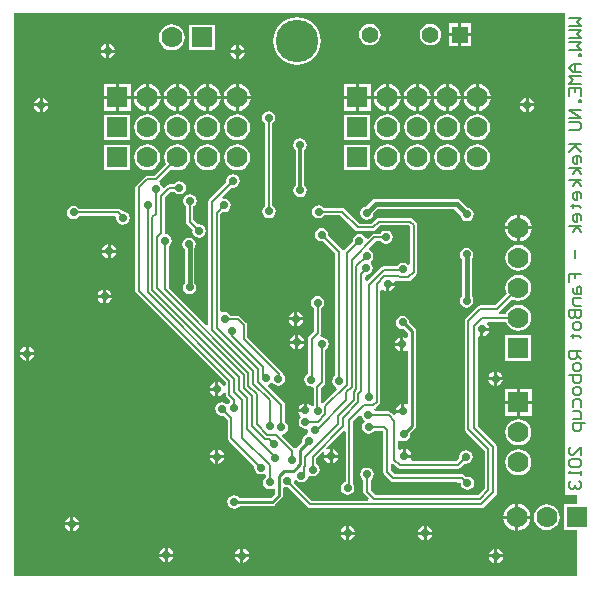
<source format=gbl>
%FSTAX44Y44*%
%MOIN*%
%SFA1B1*%

%IPPOS*%
%ADD28C,0.016000*%
%ADD29C,0.012000*%
%ADD31C,0.008000*%
%ADD32C,0.010000*%
%ADD34C,0.055120*%
%ADD35R,0.055120X0.055120*%
%ADD36C,0.070000*%
%ADD37R,0.070000X0.070000*%
%ADD38R,0.070000X0.070000*%
%ADD39C,0.141730*%
%ADD40C,0.028000*%
%LNrpcb6996130008r01-1*%
%LPD*%
G36*
X0003844Y00040807D02*
X0003845D01*
Y0004066*
X0003844*
Y00033875*
X0003845*
Y0003376*
X0003844*
Y00028841*
X0003845*
Y000288*
X0003885*
Y0002849*
X0003842*
Y0002763*
X0003885*
Y000261*
X000201*
Y0004485*
X0003844*
Y00040807*
G37*
%LNrpcb6996130008r01-2*%
%LPC*%
G36*
X0002947Y0003384D02*
X00029285D01*
X00029293Y00033796*
X00029347Y00033717*
X00029426Y00033663*
X0002947Y00033655*
Y0003384*
G37*
G36*
X00029754D02*
X0002957D01*
Y00033655*
X00029613Y00033663*
X00029693Y00033717*
X00029746Y00033796*
X00029754Y0003384*
G37*
G36*
X0003297Y0003377D02*
X00032785D01*
X00032793Y00033726*
X00032847Y00033647*
X00032926Y00033593*
X0003297Y00033585*
Y0003377*
G37*
G36*
X0002048Y00033744D02*
X00020436Y00033736D01*
X00020357Y00033683*
X00020303Y00033603*
X00020295Y0003356*
X0002048*
Y00033744*
G37*
G36*
X0002058D02*
Y0003356D01*
X00020764*
X00020756Y00033603*
X00020703Y00033683*
X00020623Y00033736*
X0002058Y00033744*
G37*
G36*
X00035914Y0003428D02*
X0003573D01*
Y00034095*
X00035773Y00034103*
X00035853Y00034157*
X00035906Y00034236*
X00035914Y0003428*
G37*
G36*
X0002943Y0003462D02*
X00029245D01*
X00029253Y00034576*
X00029307Y00034497*
X00029386Y00034443*
X0002943Y00034435*
Y0003462*
G37*
G36*
X0002957Y00034124D02*
Y0003394D01*
X00029754*
X00029746Y00033983*
X00029693Y00034063*
X00029613Y00034116*
X0002957Y00034124*
G37*
G36*
X0003297Y00034054D02*
X00032926Y00034046D01*
X00032847Y00033993*
X00032793Y00033913*
X00032785Y0003387*
X0003297*
Y00034054*
G37*
G36*
X0002947Y00034124D02*
X00029426Y00034116D01*
X00029347Y00034063*
X00029293Y00033983*
X00029285Y0003394*
X0002947*
Y00034124*
G37*
G36*
X00020764Y0003346D02*
X0002058D01*
Y00033275*
X00020623Y00033283*
X00020703Y00033337*
X00020756Y00033416*
X00020764Y0003346*
G37*
G36*
X00026804Y00032558D02*
X0002676Y0003255D01*
X00026681Y00032497*
X00026627Y00032417*
X00026619Y00032374*
X00026804*
Y00032558*
G37*
G36*
X0003609Y0003263D02*
X00035905D01*
X00035913Y00032586*
X00035967Y00032507*
X00036046Y00032453*
X0003609Y00032445*
Y0003263*
G37*
G36*
X00026804Y00032274D02*
X00026619D01*
X00026627Y0003223*
X00026681Y00032151*
X0002676Y00032097*
X00026804Y00032089*
Y00032274*
G37*
G36*
X0003685Y0003234D02*
X0003645D01*
Y0003194*
X0003685*
Y0003234*
G37*
G36*
X0003735D02*
X0003695D01*
Y0003194*
X0003735*
Y0003234*
G37*
G36*
X0003733Y0003413D02*
X0003647D01*
Y0003327*
X0003733*
Y0003413*
G37*
G36*
X0002048Y0003346D02*
X00020295D01*
X00020303Y00033416*
X00020357Y00033337*
X00020436Y00033283*
X0002048Y00033275*
Y0003346*
G37*
G36*
X0003619Y00032914D02*
Y0003273D01*
X00036374*
X00036366Y00032773*
X00036313Y00032853*
X00036233Y00032906*
X0003619Y00032914*
G37*
G36*
X00036374Y0003263D02*
X0003619D01*
Y00032445*
X00036233Y00032453*
X00036313Y00032507*
X00036366Y00032586*
X00036374Y0003263*
G37*
G36*
X0003609Y00032914D02*
X00036046Y00032906D01*
X00035967Y00032853*
X00035913Y00032773*
X00035905Y0003273*
X0003609*
Y00032914*
G37*
G36*
X00029714Y0003462D02*
X0002953D01*
Y00034435*
X00029573Y00034443*
X00029653Y00034497*
X00029706Y00034576*
X00029714Y0003462*
G37*
G36*
X0003685Y0003765D02*
X00036452D01*
X00036461Y00037582*
X00036506Y00037473*
X00036579Y00037379*
X00036673Y00037306*
X00036782Y00037261*
X0003685Y00037252*
Y0003765*
G37*
G36*
X00037347D02*
X0003695D01*
Y00037252*
X00037017Y00037261*
X00037126Y00037306*
X0003722Y00037379*
X00037293Y00037473*
X00037338Y00037582*
X00037347Y0003765*
G37*
G36*
X0002331Y00037154D02*
Y0003697D01*
X00023494*
X00023486Y00037013*
X00023433Y00037093*
X00023353Y00037146*
X0002331Y00037154*
G37*
G36*
X00023494Y0003687D02*
X0002331D01*
Y00036685*
X00023353Y00036693*
X00023433Y00036747*
X00023486Y00036826*
X00023494Y0003687*
G37*
G36*
X0002321Y00037154D02*
X00023166Y00037146D01*
X00023087Y00037093*
X00023033Y00037013*
X00023025Y0003697*
X0002321*
Y00037154*
G37*
G36*
X0002208Y00038444D02*
X00021994Y00038427D01*
X00021921Y00038378*
X00021872Y00038305*
X00021855Y0003822*
X00021872Y00038134*
X00021921Y00038061*
X00021994Y00038012*
X0002208Y00037995*
X00022165Y00038012*
X00022238Y00038061*
X00022262Y00038097*
X00023446*
X00023496Y00038035*
X00023495Y0003803*
X00023512Y00037944*
X00023561Y00037871*
X00023634Y00037822*
X0002372Y00037805*
X00023805Y00037822*
X00023878Y00037871*
X00023927Y00037944*
X00023944Y0003803*
X00023927Y00038115*
X00023878Y00038188*
X00023805Y00038237*
X0002372Y00038254*
X0002371Y00038252*
X00023656Y00038306*
X00023616Y00038333*
X0002357Y00038342*
X00022262*
X00022238Y00038378*
X00022165Y00038427*
X0002208Y00038444*
G37*
G36*
X0003484Y00038663D02*
X0003215D01*
X00032087Y0003865*
X00032034Y00038615*
X00031842Y00038422*
X00031764Y00038407*
X00031691Y00038358*
X00031642Y00038285*
X00031625Y000382*
X00031642Y00038114*
X00031691Y00038041*
X00031764Y00037992*
X0003185Y00037975*
X00031935Y00037992*
X00032008Y00038041*
X00032057Y00038114*
X00032072Y00038192*
X00032217Y00038336*
X00034772*
X00034967Y00038142*
X00034982Y00038064*
X00035031Y00037991*
X00035104Y00037942*
X0003519Y00037925*
X00035275Y00037942*
X00035348Y00037991*
X00035397Y00038064*
X00035414Y0003815*
X00035397Y00038235*
X00035348Y00038308*
X00035275Y00038357*
X00035198Y00038372*
X00034955Y00038615*
X00034902Y0003865*
X0003484Y00038663*
G37*
G36*
X0003695Y00038147D02*
Y0003775D01*
X00037347*
X00037338Y00037817*
X00037293Y00037926*
X0003722Y0003802*
X00037126Y00038093*
X00037017Y00038138*
X0003695Y00038147*
G37*
G36*
X0002595Y00038824D02*
X00025864Y00038807D01*
X00025791Y00038758*
X00025742Y00038685*
X00025725Y000386*
X00025742Y00038514*
X00025791Y00038441*
X00025827Y00038417*
Y0003791*
X00025837Y00037863*
X00025863Y00037823*
X00026044Y00037642*
X00026035Y000376*
X00026052Y00037514*
X00026101Y00037441*
X00026174Y00037392*
X0002626Y00037375*
X00026345Y00037392*
X00026418Y00037441*
X00026467Y00037514*
X00026484Y000376*
X00026467Y00037685*
X00026418Y00037758*
X00026345Y00037807*
X0002626Y00037824*
X00026217Y00037815*
X00026072Y0003796*
Y00038417*
X00026108Y00038441*
X00026157Y00038514*
X00026174Y000386*
X00026157Y00038685*
X00026108Y00038758*
X00026035Y00038807*
X0002595Y00038824*
G37*
G36*
X0003685Y00038147D02*
X00036782Y00038138D01*
X00036673Y00038093*
X00036579Y0003802*
X00036506Y00037926*
X00036461Y00037817*
X00036452Y0003775*
X0003685*
Y00038147*
G37*
G36*
X0002321Y0003687D02*
X00023025D01*
X00023033Y00036826*
X00023087Y00036747*
X00023166Y00036693*
X0002321Y00036685*
Y0003687*
G37*
G36*
X0002306Y0003537D02*
X00022875D01*
X00022883Y00035326*
X00022937Y00035247*
X00023016Y00035193*
X0002306Y00035185*
Y0003537*
G37*
G36*
X00023344D02*
X0002316D01*
Y00035185*
X00023203Y00035193*
X00023283Y00035247*
X00023336Y00035326*
X00023344Y0003537*
G37*
G36*
X0003518Y00037044D02*
X00035094Y00037027D01*
X00035021Y00036978*
X00034972Y00036905*
X00034955Y0003682*
X00034972Y00036734*
X00035016Y00036668*
Y00035421*
X00034972Y00035355*
X00034955Y0003527*
X00034972Y00035184*
X00035021Y00035111*
X00035094Y00035062*
X0003518Y00035045*
X00035265Y00035062*
X00035338Y00035111*
X00035387Y00035184*
X00035404Y0003527*
X00035387Y00035355*
X00035343Y00035421*
Y00036668*
X00035387Y00036734*
X00035404Y0003682*
X00035387Y00036905*
X00035338Y00036978*
X00035265Y00037027*
X0003518Y00037044*
G37*
G36*
X0002943Y00034904D02*
X00029386Y00034896D01*
X00029307Y00034843*
X00029253Y00034763*
X00029245Y0003472*
X0002943*
Y00034904*
G37*
G36*
X0002953D02*
Y0003472D01*
X00029714*
X00029706Y00034763*
X00029653Y00034843*
X00029573Y00034896*
X0002953Y00034904*
G37*
G36*
X00032774Y0003578D02*
X0003259D01*
Y00035595*
X00032633Y00035603*
X00032713Y00035657*
X00032766Y00035736*
X00032774Y0003578*
G37*
G36*
X000369Y00037133D02*
X00036787Y00037118D01*
X00036683Y00037075*
X00036593Y00037006*
X00036524Y00036916*
X00036481Y00036812*
X00036466Y000367*
X00036481Y00036587*
X00036524Y00036483*
X00036593Y00036393*
X00036683Y00036324*
X00036787Y00036281*
X000369Y00036266*
X00037012Y00036281*
X00037116Y00036324*
X00037206Y00036393*
X00037275Y00036483*
X00037318Y00036587*
X00037333Y000367*
X00037318Y00036812*
X00037275Y00036916*
X00037206Y00037006*
X00037116Y00037075*
X00037012Y00037118*
X000369Y00037133*
G37*
G36*
X0002593Y00037374D02*
X00025844Y00037357D01*
X00025771Y00037308*
X00025722Y00037235*
X00025705Y0003715*
X00025722Y00037064*
X00025771Y00036991*
X00025776Y00036987*
Y00035871*
X00025732Y00035805*
X00025715Y0003572*
X00025732Y00035634*
X00025781Y00035561*
X00025854Y00035512*
X0002594Y00035495*
X00026025Y00035512*
X00026098Y00035561*
X00026147Y00035634*
X00026164Y0003572*
X00026147Y00035805*
X00026103Y00035871*
Y00037013*
X00026137Y00037064*
X00026154Y0003715*
X00026137Y00037235*
X00026088Y00037308*
X00026015Y00037357*
X0002593Y00037374*
G37*
G36*
X0002306Y00035654D02*
X00023016Y00035646D01*
X00022937Y00035593*
X00022883Y00035513*
X00022875Y0003547*
X0002306*
Y00035654*
G37*
G36*
X0002316D02*
Y0003547D01*
X00023344*
X00023336Y00035513*
X00023283Y00035593*
X00023203Y00035646*
X0002316Y00035654*
G37*
G36*
X0003374Y0002748D02*
X00033555D01*
X00033563Y00027436*
X00033617Y00027357*
X00033696Y00027303*
X0003374Y00027295*
Y0002748*
G37*
G36*
X00034024D02*
X0003384D01*
Y00027295*
X00033883Y00027303*
X00033963Y00027357*
X00034016Y00027436*
X00034024Y0002748*
G37*
G36*
X00031444D02*
X0003126D01*
Y00027295*
X00031303Y00027303*
X00031383Y00027357*
X00031436Y00027436*
X00031444Y0002748*
G37*
G36*
X0002522Y00027024D02*
Y0002684D01*
X00025404*
X00025396Y00026883*
X00025343Y00026963*
X00025263Y00027016*
X0002522Y00027024*
G37*
G36*
X0003116Y0002748D02*
X00030975D01*
X00030983Y00027436*
X00031037Y00027357*
X00031116Y00027303*
X0003116Y00027295*
Y0002748*
G37*
G36*
X0003384Y00027764D02*
Y0002758D01*
X00034024*
X00034016Y00027623*
X00033963Y00027703*
X00033883Y00027756*
X0003384Y00027764*
G37*
G36*
X0002197Y0002779D02*
X00021785D01*
X00021793Y00027746*
X00021847Y00027667*
X00021926Y00027613*
X0002197Y00027605*
Y0002779*
G37*
G36*
X0003374Y00027764D02*
X00033696Y00027756D01*
X00033617Y00027703*
X00033563Y00027623*
X00033555Y0002758*
X0003374*
Y00027764*
G37*
G36*
X0003116D02*
X00031116Y00027756D01*
X00031037Y00027703*
X00030983Y00027623*
X00030975Y0002758*
X0003116*
Y00027764*
G37*
G36*
X0003126D02*
Y0002758D01*
X00031444*
X00031436Y00027623*
X00031383Y00027703*
X00031303Y00027756*
X0003126Y00027764*
G37*
G36*
X0002512Y00027024D02*
X00025076Y00027016D01*
X00024997Y00026963*
X00024943Y00026883*
X00024935Y0002684*
X0002512*
Y00027024*
G37*
G36*
X00027914Y0002673D02*
X0002773D01*
Y00026545*
X00027773Y00026553*
X00027853Y00026607*
X00027906Y00026686*
X00027914Y0002673*
G37*
G36*
X0002512Y0002674D02*
X00024935D01*
X00024943Y00026696*
X00024997Y00026617*
X00025076Y00026563*
X0002512Y00026555*
Y0002674*
G37*
G36*
X0002763Y0002673D02*
X00027445D01*
X00027453Y00026686*
X00027507Y00026607*
X00027586Y00026553*
X0002763Y00026545*
Y0002673*
G37*
G36*
X000361Y0002672D02*
X00035915D01*
X00035923Y00026676*
X00035977Y00026597*
X00036056Y00026543*
X000361Y00026535*
Y0002672*
G37*
G36*
X00036384D02*
X000362D01*
Y00026535*
X00036243Y00026543*
X00036323Y00026597*
X00036376Y00026676*
X00036384Y0002672*
G37*
G36*
X0002763Y00027014D02*
X00027586Y00027006D01*
X00027507Y00026953*
X00027453Y00026873*
X00027445Y0002683*
X0002763*
Y00027014*
G37*
G36*
X0002773D02*
Y0002683D01*
X00027914*
X00027906Y00026873*
X00027853Y00026953*
X00027773Y00027006*
X0002773Y00027014*
G37*
G36*
X000362Y00027004D02*
Y0002682D01*
X00036384*
X00036376Y00026863*
X00036323Y00026943*
X00036243Y00026996*
X000362Y00027004*
G37*
G36*
X00025404Y0002674D02*
X0002522D01*
Y00026555*
X00025263Y00026563*
X00025343Y00026617*
X00025396Y00026696*
X00025404Y0002674*
G37*
G36*
X000361Y00027004D02*
X00036056Y00026996D01*
X00035977Y00026943*
X00035923Y00026863*
X00035915Y0002682*
X000361*
Y00027004*
G37*
G36*
X00022254Y0002779D02*
X0002207D01*
Y00027605*
X00022113Y00027613*
X00022193Y00027667*
X00022246Y00027746*
X00022254Y0002779*
G37*
G36*
X0003071Y00030324D02*
Y0003014D01*
X00030894*
X00030886Y00030183*
X00030833Y00030263*
X00030753Y00030316*
X0003071Y00030324*
G37*
G36*
X0003315D02*
Y0003014D01*
X00033334*
X00033326Y00030183*
X00033273Y00030263*
X00033193Y00030316*
X0003315Y00030324*
G37*
G36*
X000269Y00030314D02*
Y0003013D01*
X00027084*
X00027076Y00030173*
X00027023Y00030253*
X00026943Y00030306*
X000269Y00030314*
G37*
G36*
X00030894Y0003004D02*
X0003071D01*
Y00029855*
X00030753Y00029863*
X00030833Y00029917*
X00030886Y00029996*
X00030894Y0003004*
G37*
G36*
X000268Y00030314D02*
X00026756Y00030306D01*
X00026677Y00030253*
X00026623Y00030173*
X00026615Y0003013*
X000268*
Y00030314*
G37*
G36*
X00033Y00031824D02*
X00032956Y00031816D01*
X00032877Y00031763*
X00032823Y00031683*
X00032815Y0003164*
X00033*
Y00031824*
G37*
G36*
X0002975Y00031854D02*
X00029706Y00031846D01*
X00029627Y00031793*
X00029573Y00031713*
X00029565Y0003167*
X0002975*
Y00031854*
G37*
G36*
X0003735Y0003184D02*
X0003695D01*
Y0003144*
X0003735*
Y0003184*
G37*
G36*
X000369Y00031323D02*
X00036787Y00031308D01*
X00036683Y00031265*
X00036593Y00031196*
X00036524Y00031106*
X00036481Y00031002*
X00036466Y0003089*
X00036481Y00030777*
X00036524Y00030673*
X00036593Y00030583*
X00036683Y00030514*
X00036787Y00030471*
X000369Y00030456*
X00037012Y00030471*
X00037116Y00030514*
X00037206Y00030583*
X00037275Y00030673*
X00037318Y00030777*
X00037333Y0003089*
X00037318Y00031002*
X00037275Y00031106*
X00037206Y00031196*
X00037116Y00031265*
X00037012Y00031308*
X000369Y00031323*
G37*
G36*
X0003685Y0003184D02*
X0003645D01*
Y0003144*
X0003685*
Y0003184*
G37*
G36*
X0003061Y0003004D02*
X00030425D01*
X00030433Y00029996*
X00030487Y00029917*
X00030566Y00029863*
X0003061Y00029855*
Y0003004*
G37*
G36*
X0002197Y00028074D02*
X00021926Y00028066D01*
X00021847Y00028013*
X00021793Y00027933*
X00021785Y0002789*
X0002197*
Y00028074*
G37*
G36*
X0002207D02*
Y0002789D01*
X00022254*
X00022246Y00027933*
X00022193Y00028013*
X00022113Y00028066*
X0002207Y00028074*
G37*
G36*
X0003785Y00028493D02*
X00037737Y00028478D01*
X00037633Y00028435*
X00037543Y00028366*
X00037474Y00028276*
X00037431Y00028172*
X00037416Y0002806*
X00037431Y00027947*
X00037474Y00027843*
X00037543Y00027753*
X00037633Y00027684*
X00037737Y00027641*
X0003785Y00027626*
X00037962Y00027641*
X00038066Y00027684*
X00038156Y00027753*
X00038225Y00027843*
X00038268Y00027947*
X00038283Y0002806*
X00038268Y00028172*
X00038225Y00028276*
X00038156Y00028366*
X00038066Y00028435*
X00037962Y00028478*
X0003785Y00028493*
G37*
G36*
X000368Y0002801D02*
X00036402D01*
X00036411Y00027942*
X00036456Y00027833*
X00036529Y00027739*
X00036623Y00027666*
X00036732Y00027621*
X000368Y00027612*
Y0002801*
G37*
G36*
X00037297D02*
X000369D01*
Y00027612*
X00036967Y00027621*
X00037076Y00027666*
X0003717Y00027739*
X00037243Y00027833*
X00037288Y00027942*
X00037297Y0002801*
G37*
G36*
X000268Y0003003D02*
X00026615D01*
X00026623Y00029986*
X00026677Y00029907*
X00026756Y00029853*
X000268Y00029845*
Y0003003*
G37*
G36*
X00027084D02*
X000269D01*
Y00029845*
X00026943Y00029853*
X00027023Y00029907*
X00027076Y00029986*
X00027084Y0003003*
G37*
G36*
X000369Y00030323D02*
X00036787Y00030308D01*
X00036683Y00030265*
X00036593Y00030196*
X00036524Y00030106*
X00036481Y00030002*
X00036466Y0002989*
X00036481Y00029777*
X00036524Y00029673*
X00036593Y00029583*
X00036683Y00029514*
X00036787Y00029471*
X000369Y00029456*
X00037012Y00029471*
X00037116Y00029514*
X00037206Y00029583*
X00037275Y00029673*
X00037318Y00029777*
X00037333Y0002989*
X00037318Y00030002*
X00037275Y00030106*
X00037206Y00030196*
X00037116Y00030265*
X00037012Y00030308*
X000369Y00030323*
G37*
G36*
X000368Y00028507D02*
X00036732Y00028498D01*
X00036623Y00028453*
X00036529Y0002838*
X00036456Y00028286*
X00036411Y00028177*
X00036402Y0002811*
X000368*
Y00028507*
G37*
G36*
X000369D02*
Y0002811D01*
X00037297*
X00037288Y00028177*
X00037243Y00028286*
X0003717Y0002838*
X00037076Y00028453*
X00036967Y00028498*
X000369Y00028507*
G37*
G36*
X00027477Y00042497D02*
X0002741Y00042488D01*
X000273Y00042443*
X00027206Y0004237*
X00027134Y00042276*
X00027089Y00042167*
X0002708Y000421*
X00027477*
Y00042497*
G37*
G36*
X00027577D02*
Y000421D01*
X00027974*
X00027966Y00042167*
X0002792Y00042276*
X00027848Y0004237*
X00027754Y00042443*
X00027645Y00042488*
X00027577Y00042497*
G37*
G36*
X00026577D02*
Y000421D01*
X00026974*
X00026966Y00042167*
X0002692Y00042276*
X00026848Y0004237*
X00026754Y00042443*
X00026645Y00042488*
X00026577Y00042497*
G37*
G36*
X00025577D02*
Y000421D01*
X00025974*
X00025966Y00042167*
X0002592Y00042276*
X00025848Y0004237*
X00025754Y00042443*
X00025645Y00042488*
X00025577Y00042497*
G37*
G36*
X00026477D02*
X0002641Y00042488D01*
X000263Y00042443*
X00026206Y0004237*
X00026134Y00042276*
X00026089Y00042167*
X0002608Y000421*
X00026477*
Y00042497*
G37*
G36*
X00032577D02*
Y000421D01*
X00032974*
X00032966Y00042167*
X0003292Y00042276*
X00032848Y0004237*
X00032754Y00042443*
X00032645Y00042488*
X00032577Y00042497*
G37*
G36*
X00033477D02*
X0003341Y00042488D01*
X000333Y00042443*
X00033206Y0004237*
X00033134Y00042276*
X00033089Y00042167*
X0003308Y000421*
X00033477*
Y00042497*
G37*
G36*
X00032477D02*
X0003241Y00042488D01*
X000323Y00042443*
X00032206Y0004237*
X00032134Y00042276*
X00032089Y00042167*
X0003208Y000421*
X00032477*
Y00042497*
G37*
G36*
X00031477Y000425D02*
X00031077D01*
Y000421*
X00031477*
Y000425*
G37*
G36*
X00031977D02*
X00031577D01*
Y000421*
X00031977*
Y000425*
G37*
G36*
X00025477Y00042497D02*
X0002541Y00042488D01*
X000253Y00042443*
X00025206Y0004237*
X00025134Y00042276*
X00025089Y00042167*
X0002508Y000421*
X00025477*
Y00042497*
G37*
G36*
X0002104Y00042034D02*
Y0004185D01*
X00021224*
X00021216Y00041893*
X00021163Y00041973*
X00021083Y00042026*
X0002104Y00042034*
G37*
G36*
X00037142D02*
X00037098Y00042026D01*
X00037018Y00041973*
X00036965Y00041893*
X00036957Y0004185*
X00037142*
Y00042034*
G37*
G36*
X0002094D02*
X00020896Y00042026D01*
X00020817Y00041973*
X00020763Y00041893*
X00020755Y0004185*
X0002094*
Y00042034*
G37*
G36*
X00035477Y00042D02*
X0003508D01*
X00035089Y00041932*
X00035134Y00041823*
X00035206Y00041729*
X000353Y00041656*
X0003541Y00041611*
X00035477Y00041602*
Y00042*
G37*
G36*
X00035974D02*
X00035577D01*
Y00041602*
X00035645Y00041611*
X00035754Y00041656*
X00035848Y00041729*
X0003592Y00041823*
X00035966Y00041932*
X00035974Y00042*
G37*
G36*
X00024477Y00042497D02*
X0002441Y00042488D01*
X000243Y00042443*
X00024206Y0004237*
X00024134Y00042276*
X00024089Y00042167*
X0002408Y000421*
X00024477*
Y00042497*
G37*
G36*
X00024577D02*
Y000421D01*
X00024974*
X00024966Y00042167*
X0002492Y00042276*
X00024848Y0004237*
X00024754Y00042443*
X00024645Y00042488*
X00024577Y00042497*
G37*
G36*
X00023977Y000425D02*
X00023577D01*
Y000421*
X00023977*
Y000425*
G37*
G36*
X00037242Y00042034D02*
Y0004185D01*
X00037426*
X00037418Y00041893*
X00037365Y00041973*
X00037285Y00042026*
X00037242Y00042034*
G37*
G36*
X00023477Y000425D02*
X00023077D01*
Y000421*
X00023477*
Y000425*
G37*
G36*
X00033577Y00042497D02*
Y000421D01*
X00033974*
X00033966Y00042167*
X0003392Y00042276*
X00033848Y0004237*
X00033754Y00042443*
X00033645Y00042488*
X00033577Y00042497*
G37*
G36*
X0002326Y00043824D02*
Y0004364D01*
X00023444*
X00023436Y00043683*
X00023383Y00043763*
X00023303Y00043816*
X0002326Y00043824*
G37*
G36*
X000349Y00044092D02*
X00034574D01*
Y00043766*
X000349*
Y00044092*
G37*
G36*
X0002316Y00043824D02*
X00023116Y00043816D01*
X00023037Y00043763*
X00022983Y00043683*
X00022975Y0004364*
X0002316*
Y00043824*
G37*
G36*
X0002749Y00043804D02*
X00027446Y00043796D01*
X00027367Y00043743*
X00027313Y00043663*
X00027305Y0004362*
X0002749*
Y00043804*
G37*
G36*
X0002759D02*
Y0004362D01*
X00027774*
X00027766Y00043663*
X00027713Y00043743*
X00027633Y00043796*
X0002759Y00043804*
G37*
G36*
X000349Y00044518D02*
X00034574D01*
Y00044192*
X000349*
Y00044518*
G37*
G36*
X00035325D02*
X00035D01*
Y00044192*
X00035325*
Y00044518*
G37*
G36*
X00033965Y00044501D02*
X00033872Y00044489D01*
X00033786Y00044453*
X00033712Y00044396*
X00033655Y00044321*
X00033619Y00044235*
X00033607Y00044142*
X00033619Y00044049*
X00033655Y00043963*
X00033712Y00043888*
X00033786Y00043831*
X00033872Y00043796*
X00033965Y00043783*
X00034058Y00043796*
X00034145Y00043831*
X00034219Y00043888*
X00034276Y00043963*
X00034312Y00044049*
X00034324Y00044142*
X00034312Y00044235*
X00034276Y00044321*
X00034219Y00044396*
X00034145Y00044453*
X00034058Y00044489*
X00033965Y00044501*
G37*
G36*
X00035325Y00044092D02*
X00035D01*
Y00043766*
X00035325*
Y00044092*
G37*
G36*
X0003195Y00044501D02*
X00031857Y00044489D01*
X0003177Y00044453*
X00031696Y00044396*
X00031639Y00044321*
X00031603Y00044235*
X00031591Y00044142*
X00031603Y00044049*
X00031639Y00043963*
X00031696Y00043888*
X0003177Y00043831*
X00031857Y00043796*
X0003195Y00043783*
X00032042Y00043796*
X00032129Y00043831*
X00032203Y00043888*
X0003226Y00043963*
X00032296Y00044049*
X00032308Y00044142*
X00032296Y00044235*
X0003226Y00044321*
X00032203Y00044396*
X00032129Y00044453*
X00032042Y00044489*
X0003195Y00044501*
G37*
G36*
X0002678Y0004448D02*
X0002592D01*
Y0004362*
X0002678*
Y0004448*
G37*
G36*
X00035577Y00042497D02*
Y000421D01*
X00035974*
X00035966Y00042167*
X0003592Y00042276*
X00035848Y0004237*
X00035754Y00042443*
X00035645Y00042488*
X00035577Y00042497*
G37*
G36*
X00029527Y00044725D02*
X00029372Y0004471D01*
X00029224Y00044665*
X00029087Y00044592*
X00028967Y00044493*
X00028868Y00044373*
X00028795Y00044236*
X0002875Y00044087*
X00028735Y00043933*
X0002875Y00043778*
X00028795Y00043629*
X00028868Y00043492*
X00028967Y00043372*
X00029087Y00043274*
X00029224Y000432*
X00029372Y00043155*
X00029527Y0004314*
X00029682Y00043155*
X0002983Y000432*
X00029967Y00043274*
X00030087Y00043372*
X00030186Y00043492*
X00030259Y00043629*
X00030304Y00043778*
X0003032Y00043933*
X00030304Y00044087*
X00030259Y00044236*
X00030186Y00044373*
X00030087Y00044493*
X00029967Y00044592*
X0002983Y00044665*
X00029682Y0004471*
X00029527Y00044725*
G37*
G36*
X00035477Y00042497D02*
X0003541Y00042488D01*
X000353Y00042443*
X00035206Y0004237*
X00035134Y00042276*
X00035089Y00042167*
X0003508Y000421*
X00035477*
Y00042497*
G37*
G36*
X00034477D02*
X0003441Y00042488D01*
X000343Y00042443*
X00034206Y0004237*
X00034134Y00042276*
X00034089Y00042167*
X0003408Y000421*
X00034477*
Y00042497*
G37*
G36*
X00034577D02*
Y000421D01*
X00034974*
X00034966Y00042167*
X0003492Y00042276*
X00034848Y0004237*
X00034754Y00042443*
X00034645Y00042488*
X00034577Y00042497*
G37*
G36*
X00023444Y0004354D02*
X0002326D01*
Y00043355*
X00023303Y00043363*
X00023383Y00043417*
X00023436Y00043496*
X00023444Y0004354*
G37*
G36*
X0002535Y00044483D02*
X00025237Y00044468D01*
X00025133Y00044425*
X00025043Y00044356*
X00024974Y00044266*
X00024931Y00044162*
X00024916Y0004405*
X00024931Y00043937*
X00024974Y00043833*
X00025043Y00043743*
X00025133Y00043674*
X00025237Y00043631*
X0002535Y00043616*
X00025462Y00043631*
X00025566Y00043674*
X00025656Y00043743*
X00025725Y00043833*
X00025768Y00043937*
X00025783Y0004405*
X00025768Y00044162*
X00025725Y00044266*
X00025656Y00044356*
X00025566Y00044425*
X00025462Y00044468*
X0002535Y00044483*
G37*
G36*
X0002316Y0004354D02*
X00022975D01*
X00022983Y00043496*
X00023037Y00043417*
X00023116Y00043363*
X0002316Y00043355*
Y0004354*
G37*
G36*
X0002749Y0004352D02*
X00027305D01*
X00027313Y00043476*
X00027367Y00043397*
X00027446Y00043343*
X0002749Y00043335*
Y0004352*
G37*
G36*
X00027774D02*
X0002759D01*
Y00043335*
X00027633Y00043343*
X00027713Y00043397*
X00027766Y00043476*
X00027774Y0004352*
G37*
G36*
X00034974Y00042D02*
X00034577D01*
Y00041602*
X00034645Y00041611*
X00034754Y00041656*
X00034848Y00041729*
X0003492Y00041823*
X00034966Y00041932*
X00034974Y00042*
G37*
G36*
X00026527Y00041483D02*
X00026415Y00041468D01*
X0002631Y00041425*
X0002622Y00041356*
X00026152Y00041266*
X00026108Y00041162*
X00026093Y0004105*
X00026108Y00040937*
X00026152Y00040833*
X0002622Y00040743*
X0002631Y00040674*
X00026415Y00040631*
X00026527Y00040616*
X00026639Y00040631*
X00026744Y00040674*
X00026834Y00040743*
X00026903Y00040833*
X00026946Y00040937*
X00026961Y0004105*
X00026946Y00041162*
X00026903Y00041266*
X00026834Y00041356*
X00026744Y00041425*
X00026639Y00041468*
X00026527Y00041483*
G37*
G36*
X00027527D02*
X00027415Y00041468D01*
X0002731Y00041425*
X0002722Y00041356*
X00027152Y00041266*
X00027108Y00041162*
X00027093Y0004105*
X00027108Y00040937*
X00027152Y00040833*
X0002722Y00040743*
X0002731Y00040674*
X00027415Y00040631*
X00027527Y00040616*
X00027639Y00040631*
X00027744Y00040674*
X00027834Y00040743*
X00027903Y00040833*
X00027946Y00040937*
X00027961Y0004105*
X00027946Y00041162*
X00027903Y00041266*
X00027834Y00041356*
X00027744Y00041425*
X00027639Y00041468*
X00027527Y00041483*
G37*
G36*
X00025527D02*
X00025415Y00041468D01*
X0002531Y00041425*
X0002522Y00041356*
X00025152Y00041266*
X00025108Y00041162*
X00025093Y0004105*
X00025108Y00040937*
X00025152Y00040833*
X0002522Y00040743*
X0002531Y00040674*
X00025415Y00040631*
X00025527Y00040616*
X00025639Y00040631*
X00025744Y00040674*
X00025834Y00040743*
X00025903Y00040833*
X00025946Y00040937*
X00025961Y0004105*
X00025946Y00041162*
X00025903Y00041266*
X00025834Y00041356*
X00025744Y00041425*
X00025639Y00041468*
X00025527Y00041483*
G37*
G36*
X00031957Y0004048D02*
X00031097D01*
Y0003962*
X00031957*
Y0004048*
G37*
G36*
X00024527Y00041483D02*
X00024415Y00041468D01*
X0002431Y00041425*
X0002422Y00041356*
X00024152Y00041266*
X00024108Y00041162*
X00024093Y0004105*
X00024108Y00040937*
X00024152Y00040833*
X0002422Y00040743*
X0002431Y00040674*
X00024415Y00040631*
X00024527Y00040616*
X00024639Y00040631*
X00024744Y00040674*
X00024834Y00040743*
X00024903Y00040833*
X00024946Y00040937*
X00024961Y0004105*
X00024946Y00041162*
X00024903Y00041266*
X00024834Y00041356*
X00024744Y00041425*
X00024639Y00041468*
X00024527Y00041483*
G37*
G36*
X00035527D02*
X00035415Y00041468D01*
X0003531Y00041425*
X0003522Y00041356*
X00035152Y00041266*
X00035108Y00041162*
X00035093Y0004105*
X00035108Y00040937*
X00035152Y00040833*
X0003522Y00040743*
X0003531Y00040674*
X00035415Y00040631*
X00035527Y00040616*
X00035639Y00040631*
X00035744Y00040674*
X00035834Y00040743*
X00035903Y00040833*
X00035946Y00040937*
X00035961Y0004105*
X00035946Y00041162*
X00035903Y00041266*
X00035834Y00041356*
X00035744Y00041425*
X00035639Y00041468*
X00035527Y00041483*
G37*
G36*
X00023957Y0004148D02*
X00023097D01*
Y0004062*
X00023957*
Y0004148*
G37*
G36*
X00034527Y00041483D02*
X00034415Y00041468D01*
X0003431Y00041425*
X0003422Y00041356*
X00034152Y00041266*
X00034108Y00041162*
X00034093Y0004105*
X00034108Y00040937*
X00034152Y00040833*
X0003422Y00040743*
X0003431Y00040674*
X00034415Y00040631*
X00034527Y00040616*
X00034639Y00040631*
X00034744Y00040674*
X00034834Y00040743*
X00034903Y00040833*
X00034946Y00040937*
X00034961Y0004105*
X00034946Y00041162*
X00034903Y00041266*
X00034834Y00041356*
X00034744Y00041425*
X00034639Y00041468*
X00034527Y00041483*
G37*
G36*
X00032527D02*
X00032415Y00041468D01*
X0003231Y00041425*
X0003222Y00041356*
X00032152Y00041266*
X00032108Y00041162*
X00032093Y0004105*
X00032108Y00040937*
X00032152Y00040833*
X0003222Y00040743*
X0003231Y00040674*
X00032415Y00040631*
X00032527Y00040616*
X00032639Y00040631*
X00032744Y00040674*
X00032834Y00040743*
X00032903Y00040833*
X00032946Y00040937*
X00032961Y0004105*
X00032946Y00041162*
X00032903Y00041266*
X00032834Y00041356*
X00032744Y00041425*
X00032639Y00041468*
X00032527Y00041483*
G37*
G36*
X00033527D02*
X00033415Y00041468D01*
X0003331Y00041425*
X0003322Y00041356*
X00033152Y00041266*
X00033108Y00041162*
X00033093Y0004105*
X00033108Y00040937*
X00033152Y00040833*
X0003322Y00040743*
X0003331Y00040674*
X00033415Y00040631*
X00033527Y00040616*
X00033639Y00040631*
X00033744Y00040674*
X00033834Y00040743*
X00033903Y00040833*
X00033946Y00040937*
X00033961Y0004105*
X00033946Y00041162*
X00033903Y00041266*
X00033834Y00041356*
X00033744Y00041425*
X00033639Y00041468*
X00033527Y00041483*
G37*
G36*
X00023957Y0004048D02*
X00023097D01*
Y0003962*
X00023957*
Y0004048*
G37*
G36*
X00025527Y00040483D02*
X00025415Y00040468D01*
X0002531Y00040425*
X0002522Y00040356*
X00025152Y00040266*
X00025108Y00040162*
X00025093Y0004005*
X00025108Y00039937*
X00025152Y00039833*
X00025155Y00039828*
X00024769Y00039442*
X0002453*
X00024483Y00039433*
X00024443Y00039406*
X00024173Y00039136*
X00024147Y00039096*
X00024137Y0003905*
Y00035603*
X00024147Y00035556*
X00024173Y00035516*
X0002714Y00032549*
Y00032464*
X00027064Y00032441*
X00027027Y00032497*
X00026947Y0003255*
X00026904Y00032558*
Y00032324*
Y00032089*
X00026947Y00032097*
X00027027Y00032151*
X00027064Y00032206*
X0002714Y00032183*
Y00032147*
X0002715Y000321*
X00027176Y0003206*
X00027284Y00031952*
X00027277Y00031872*
X00027271Y00031868*
X00027222Y00031795*
X00027178Y00031828*
X00027105Y00031877*
X0002702Y00031894*
X00026934Y00031877*
X00026861Y00031828*
X00026812Y00031755*
X00026795Y0003167*
X00026812Y00031584*
X00026861Y00031511*
X00026934Y00031462*
X0002702Y00031445*
X00027062Y00031454*
X00027207Y00031309*
Y000307*
X00027217Y00030653*
X00027243Y00030613*
X00028104Y00029752*
X00028095Y0002971*
X00028112Y00029624*
X00028161Y00029551*
X00028234Y00029502*
X0002832Y00029485*
X00028405Y00029502*
X00028417Y0002951*
X00028477Y00029478*
X0002848Y00029398*
X00028451Y00029378*
X00028402Y00029305*
X00028385Y0002922*
X00028402Y00029134*
X00028451Y00029061*
X00028524Y00029012*
X0002861Y00028995*
X00028695Y00029012*
X00028706Y0002902*
X00028777Y00028982*
Y00028834*
X00028645Y00028702*
X00027606*
X00027588Y00028728*
X00027515Y00028777*
X0002743Y00028794*
X00027344Y00028777*
X00027271Y00028728*
X00027222Y00028655*
X00027205Y0002857*
X00027222Y00028484*
X00027271Y00028411*
X00027344Y00028362*
X0002743Y00028345*
X00027515Y00028362*
X00027588Y00028411*
X00027606Y00028437*
X000287*
X0002875Y00028447*
X00028793Y00028476*
X00029003Y00028686*
X00029032Y00028729*
X00029042Y0002878*
Y00029035*
X00029113Y00029073*
X00029114Y00029072*
X000292Y00029055*
X00029226Y0002906*
X00029883Y00028403*
X00029923Y00028377*
X0002997Y00028367*
X00035666*
X00035713Y00028377*
X00035752Y00028403*
X00036156Y00028807*
X00036183Y00028846*
X00036192Y00028893*
Y00030386*
X00036183Y00030433*
X00036156Y00030472*
X00035542Y00031087*
Y00034049*
X00035604Y000341*
X0003563Y00034095*
Y0003433*
X0003568*
Y0003438*
X00035914*
X00035906Y00034423*
X00035853Y00034503*
X00035902Y00034577*
X00036485*
X00036524Y00034483*
X00036593Y00034393*
X00036683Y00034324*
X00036787Y00034281*
X000369Y00034266*
X00037012Y00034281*
X00037116Y00034324*
X00037206Y00034393*
X00037275Y00034483*
X00037318Y00034587*
X00037333Y000347*
X00037318Y00034812*
X00037275Y00034916*
X00037206Y00035006*
X00037116Y00035075*
X00037012Y00035118*
X000369Y00035133*
X00036787Y00035118*
X00036683Y00035075*
X00036593Y00035006*
X00036524Y00034916*
X00036485Y00034822*
X00036267*
X00036244Y00034898*
X00036266Y00034913*
X00036679Y00035326*
X00036683Y00035324*
X00036787Y00035281*
X000369Y00035266*
X00037012Y00035281*
X00037116Y00035324*
X00037206Y00035393*
X00037275Y00035483*
X00037318Y00035587*
X00037333Y000357*
X00037318Y00035812*
X00037275Y00035916*
X00037206Y00036006*
X00037116Y00036075*
X00037012Y00036118*
X000369Y00036133*
X00036787Y00036118*
X00036683Y00036075*
X00036593Y00036006*
X00036524Y00035916*
X00036481Y00035812*
X00036466Y000357*
X00036481Y00035587*
X00036514Y00035507*
X00036129Y00035122*
X00035633*
X00035586Y00035113*
X00035547Y00035086*
X00035143Y00034682*
X00035117Y00034643*
X00035107Y00034596*
Y00031*
X00035117Y00030953*
X00035143Y00030913*
X00035777Y00030279*
Y00029*
X00035569Y00028792*
X0003215*
X00031982Y0002896*
Y00029313*
X00032008Y00029331*
X00032057Y00029404*
X00032074Y0002949*
X00032057Y00029575*
X00032008Y00029648*
X00031935Y00029697*
X0003185Y00029714*
X00031764Y00029697*
X00031691Y00029648*
X00031642Y00029575*
X00031625Y0002949*
X00031642Y00029404*
X00031691Y00029331*
X00031737Y000293*
Y0002891*
X00031747Y00028863*
X00031773Y00028823*
X0003191Y00028686*
X0003188Y00028612*
X0003002*
X00029425Y00029207*
X00029448Y00029283*
X00029502Y00029294*
X00029511Y00029281*
X00029584Y00029232*
X0002967Y00029215*
X00029755Y00029232*
X00029828Y00029281*
X00029877Y00029354*
X00029887Y00029404*
X00029961Y00029434*
X00029964Y00029432*
X0003005Y00029415*
X00030135Y00029432*
X00030208Y00029481*
X00030257Y00029554*
X00030274Y0002964*
X00030257Y00029725*
X00030208Y00029798*
X00030162Y00029829*
Y00030029*
X00030381Y00030248*
X00030443Y00030197*
X00030433Y00030183*
X00030425Y0003014*
X0003061*
Y00030324*
X00030566Y00030316*
X00030552Y00030306*
X00030501Y00030368*
X00031073Y0003094*
X00031147Y0003091*
Y00029241*
X00031124Y00029237*
X00031051Y00029188*
X00031002Y00029115*
X00030985Y0002903*
X00031002Y00028944*
X00031051Y00028871*
X00031124Y00028822*
X0003121Y00028805*
X00031295Y00028822*
X00031368Y00028871*
X00031417Y00028944*
X00031434Y0002903*
X00031417Y00029115*
X00031392Y00029153*
Y00031259*
X00031596Y00031463*
X00031673Y0003144*
X00031682Y00031394*
X00031731Y00031321*
X00031804Y00031272*
X00031751Y00031228*
X00031702Y00031155*
X00031685Y0003107*
X00031702Y00030984*
X00031751Y00030911*
X00031824Y00030862*
X0003191Y00030845*
X00031995Y00030862*
X00032068Y00030911*
X00032092Y00030947*
X00032379*
X00032397Y00030929*
Y0002957*
X00032407Y00029523*
X00032433Y00029483*
X00032643Y00029273*
X00032683Y00029247*
X0003273Y00029237*
X00034736*
X00034975Y0002919*
X00034992Y00029104*
X00035041Y00029031*
X00035114Y00028982*
X000352Y00028965*
X00035285Y00028982*
X00035358Y00029031*
X00035407Y00029104*
X00035424Y0002919*
X00035407Y00029275*
X00035358Y00029348*
X00035285Y00029397*
X000352Y00029414*
X00035157Y00029405*
X00035116Y00029446*
X00035076Y00029473*
X0003503Y00029482*
X0003278*
X00032642Y0002962*
Y0002983*
X00032716Y0002986*
X00032863Y00029713*
X00032903Y00029687*
X0003295Y00029677*
X0003488*
X00034926Y00029687*
X00034966Y00029713*
X00035107Y00029854*
X0003515Y00029845*
X00035235Y00029862*
X00035308Y00029911*
X00035357Y00029984*
X00035374Y0003007*
X00035357Y00030155*
X00035308Y00030228*
X00035235Y00030277*
X0003515Y00030294*
X00035064Y00030277*
X00034991Y00030228*
X00034942Y00030155*
X00034925Y0003007*
X00034934Y00030027*
X00034829Y00029922*
X00033361*
X00033323Y00029992*
X00033326Y00029996*
X00033334Y0003004*
X000331*
Y0003009*
X0003305*
Y00030324*
X00033006Y00030316*
X00032962Y00030287*
X00032892Y00030324*
Y00030595*
X00032962Y00030633*
X00032994Y00030612*
X0003308Y00030595*
X00033165Y00030612*
X00033238Y00030661*
X00033287Y00030734*
X00033304Y0003082*
X00033298Y0003085*
X00033453Y00031006*
X00033482Y00031049*
X00033492Y000311*
Y0003426*
X00033482Y0003431*
X00033453Y00034353*
X00033263Y00034544*
X00033264Y0003455*
X00033247Y00034635*
X00033198Y00034708*
X00033125Y00034757*
X0003304Y00034774*
X00032954Y00034757*
X00032881Y00034708*
X00032832Y00034635*
X00032815Y0003455*
X00032832Y00034464*
X00032881Y00034391*
X00032954Y00034342*
X0003304Y00034325*
X00033095Y00034336*
X00033227Y00034205*
Y00034054*
X00033156Y00034017*
X00033113Y00034046*
X0003307Y00034054*
Y0003382*
Y00033585*
X00033113Y00033593*
X00033156Y00033622*
X00033227Y00033585*
Y00031844*
X00033156Y00031807*
X00033143Y00031816*
X000331Y00031824*
Y0003159*
X0003305*
Y0003154*
X00032815*
X00032823Y00031497*
X00032753Y00031459*
X00032666Y00031546*
X00032626Y00031573*
X0003258Y00031582*
X00032136*
X00032092Y00031648*
X00032103Y00031676*
X00032106Y00031677*
X00032146Y00031703*
X00032266Y00031823*
X00032293Y00031863*
X00032302Y0003191*
Y00035613*
X00032313Y00035621*
X00032372Y00035653*
X00032446Y00035603*
X0003249Y00035595*
Y0003583*
X0003254*
Y0003588*
X00032774*
X00032769Y00035905*
X0003282Y00035967*
X00032855Y00035963*
X00032879Y00035947*
X00032895Y00035937*
X00032942Y00035927*
X00033157*
X00033172Y0003593*
X00033233*
X00033279Y0003594*
X00033319Y00035966*
X00033496Y00036143*
X00033523Y00036183*
X00033532Y0003623*
Y000378*
X00033523Y00037846*
X00033496Y00037886*
X00033386Y00037996*
X00033346Y00038023*
X000333Y00038032*
X0003224*
X00032193Y00038023*
X00032177Y00038012*
X00032153Y00037996*
X00031999Y00037842*
X0003159*
X00031106Y00038326*
X00031066Y00038353*
X0003102Y00038362*
X00030422*
X00030398Y00038398*
X00030325Y00038447*
X0003024Y00038464*
X00030154Y00038447*
X00030081Y00038398*
X00030032Y00038325*
X00030015Y0003824*
X00030032Y00038154*
X00030081Y00038081*
X00030154Y00038032*
X0003024Y00038015*
X00030325Y00038032*
X00030398Y00038081*
X00030422Y00038117*
X00030969*
X00031453Y00037633*
X00031493Y00037607*
X0003154Y00037597*
X0003205*
X00032096Y00037607*
X00032136Y00037633*
X0003229Y00037787*
X00033249*
X00033287Y00037749*
Y00036498*
X00033211Y00036474*
X00033208Y00036478*
X00033135Y00036527*
X0003305Y00036544*
X00032964Y00036527*
X00032891Y00036478*
X0003286Y00036432*
X00032426*
X00032379Y00036423*
X00032339Y00036396*
X00031865Y00035922*
X00031795Y0003596*
X0003183Y00036135*
X00031915Y00036152*
X00031988Y00036201*
X00032037Y00036274*
X00032054Y0003636*
X00032037Y00036445*
X00031988Y00036518*
Y00036594*
X00031998Y00036601*
X00032047Y00036674*
X00032064Y0003676*
X00032047Y00036845*
X00031998Y00036918*
X00031933Y00036962*
X00031925Y00037042*
X0003215Y00037267*
X00032307*
X00032331Y00037231*
X00032404Y00037182*
X0003249Y00037165*
X00032575Y00037182*
X00032648Y00037231*
X00032697Y00037304*
X00032714Y0003739*
X00032697Y00037475*
X00032648Y00037548*
X00032575Y00037597*
X0003249Y00037614*
X00032404Y00037597*
X00032331Y00037548*
X00032307Y00037512*
X000321*
X00032053Y00037503*
X00032013Y00037476*
X0003188Y00037343*
X00031807Y00037365*
X00031758Y00037438*
X00031685Y00037487*
X000316Y00037504*
X00031514Y00037487*
X00031441Y00037438*
X00031392Y00037365*
X00031375Y0003728*
X00031385Y0003723*
X00031105Y0003695*
X00031025Y00036958*
X00031006Y00036986*
X00030555Y00037437*
X00030564Y0003748*
X00030547Y00037565*
X00030498Y00037638*
X00030425Y00037687*
X0003034Y00037704*
X00030254Y00037687*
X00030181Y00037638*
X00030132Y00037565*
X00030115Y0003748*
X00030132Y00037394*
X00030181Y00037321*
X00030254Y00037272*
X0003034Y00037255*
X00030382Y00037264*
X00030797Y00036849*
Y00032772*
X00030761Y00032748*
X00030712Y00032675*
X00030695Y0003259*
X00030712Y00032504*
X00030761Y00032431*
X00030834Y00032382*
X00030856Y00032308*
X00030396Y00031848*
X00030322Y00031879*
Y00032349*
X00030436Y00032463*
X00030463Y00032503*
X00030472Y0003255*
Y00033647*
X00030508Y00033671*
X00030557Y00033744*
X00030574Y0003383*
X00030557Y00033915*
X00030508Y00033988*
X00030435Y00034037*
X0003035Y00034054*
X00030345Y00034053*
X000303Y00034119*
X00030323Y00034153*
X00030332Y000342*
Y00035027*
X00030368Y00035051*
X00030417Y00035124*
X00030434Y0003521*
X00030417Y00035295*
X00030368Y00035368*
X00030295Y00035417*
X0003021Y00035434*
X00030124Y00035417*
X00030051Y00035368*
X00030002Y00035295*
X00029985Y0003521*
X00030002Y00035124*
X00030051Y00035051*
X00030087Y00035027*
Y0003425*
X00029923Y00034086*
X00029897Y00034046*
X00029887Y00034*
Y00032836*
X00029831Y00032798*
X00029782Y00032725*
X00029765Y0003264*
X00029782Y00032554*
X00029831Y00032481*
X00029904Y00032432*
X0002999Y00032415*
X00029994Y00032416*
X00030029Y00032409*
X00030077Y0003237*
Y00031776*
X0003006Y00031764*
X00029981Y0003178*
X00029973Y00031793*
X00029893Y00031846*
X0002985Y00031854*
Y0003162*
X000298*
Y0003157*
X00029565*
X00029573Y00031526*
X00029627Y00031447*
X00029641Y00031388*
X00029592Y00031315*
X00029575Y0003123*
X00029592Y00031144*
X00029641Y00031071*
X00029714Y00031022*
X000298Y00031005*
X0002982Y00031009*
X00029886Y00030965*
X00029902Y00030884*
X00029903Y00030881*
X00029862Y00030812*
X00029834Y00030807*
X00029761Y00030758*
X00029712Y00030685*
X00029695Y000306*
X00029701Y00030569*
X00029536Y00030403*
X00029511Y00030366*
X00029431Y00030358*
X0002903Y00030759*
X00029054Y00030836*
X00029085Y00030842*
X00029158Y00030891*
X00029207Y00030964*
X00029224Y0003105*
X00029207Y00031135*
X00029158Y00031208*
X00029122Y00031232*
Y000318*
X00029113Y00031846*
X00029086Y00031886*
X00028553Y00032419*
X00028575Y00032492*
X00028648Y00032541*
X00028726Y00032533*
X00028741Y00032511*
X00028814Y00032462*
X000289Y00032445*
X00028985Y00032462*
X00029058Y00032511*
X00029107Y00032584*
X00029124Y0003267*
X00029107Y00032755*
X00029058Y00032828*
X00029049Y00032834*
X00029043Y00032866*
X00029016Y00032906*
X00027862Y0003406*
Y0003446*
X00027853Y00034506*
X00027842Y00034522*
X00027826Y00034546*
X00027636Y00034736*
X00027596Y00034763*
X0002755Y00034772*
X00027312*
X00027268Y00034838*
X00027195Y00034887*
X0002711Y00034904*
X00027034Y00034889*
X00026972Y0003494*
Y00038159*
X00027047Y00038234*
X0002709Y00038225*
X00027175Y00038242*
X00027248Y00038291*
X00027297Y00038364*
X00027314Y0003845*
X00027297Y00038535*
X00027248Y00038608*
X00027175Y00038657*
X0002709Y00038674*
X00027072Y0003867*
X00027034Y00038741*
X00027347Y00039054*
X0002739Y00039045*
X00027475Y00039062*
X00027548Y00039111*
X00027597Y00039184*
X00027614Y0003927*
X00027597Y00039355*
X00027548Y00039428*
X00027475Y00039477*
X0002739Y00039494*
X00027304Y00039477*
X00027231Y00039428*
X00027182Y00039355*
X00027165Y0003927*
X00027174Y00039227*
X00026603Y00038656*
X00026577Y00038616*
X00026567Y0003857*
Y00034478*
X00026493Y00034447*
X00025242Y00035698*
Y00037097*
X00025278Y00037121*
X00025327Y00037194*
X00025344Y0003728*
X00025327Y00037365*
X00025278Y00037438*
X00025205Y00037487*
X0002512Y00037504*
X00025122Y00037527*
Y00038719*
X0002531Y00038907*
X00025424*
X00025441Y00038881*
X00025514Y00038832*
X000256Y00038815*
X00025685Y00038832*
X00025758Y00038881*
X00025807Y00038954*
X00025824Y0003904*
X00025807Y00039125*
X00025758Y00039198*
X00025685Y00039247*
X000256Y00039264*
X00025514Y00039247*
X00025441Y00039198*
X0002541Y00039152*
X00025259*
X00025213Y00039142*
X00025173Y00039116*
X00025099Y00039042*
X00025023Y00039066*
X00025017Y00039095*
X00024968Y00039168*
X00024944Y00039184*
X00024937Y00039264*
X00025336Y00039663*
X00025415Y00039631*
X00025527Y00039616*
X00025639Y00039631*
X00025744Y00039674*
X00025834Y00039743*
X00025903Y00039833*
X00025946Y00039937*
X00025961Y0004005*
X00025946Y00040162*
X00025903Y00040266*
X00025834Y00040356*
X00025744Y00040425*
X00025639Y00040468*
X00025527Y00040483*
G37*
G36*
X00026527D02*
X00026415Y00040468D01*
X0002631Y00040425*
X0002622Y00040356*
X00026152Y00040266*
X00026108Y00040162*
X00026093Y0004005*
X00026108Y00039937*
X00026152Y00039833*
X0002622Y00039743*
X0002631Y00039674*
X00026415Y00039631*
X00026527Y00039616*
X00026639Y00039631*
X00026744Y00039674*
X00026834Y00039743*
X00026903Y00039833*
X00026946Y00039937*
X00026961Y0004005*
X00026946Y00040162*
X00026903Y00040266*
X00026834Y00040356*
X00026744Y00040425*
X00026639Y00040468*
X00026527Y00040483*
G37*
G36*
X00024527D02*
X00024415Y00040468D01*
X0002431Y00040425*
X0002422Y00040356*
X00024152Y00040266*
X00024108Y00040162*
X00024093Y0004005*
X00024108Y00039937*
X00024152Y00039833*
X0002422Y00039743*
X0002431Y00039674*
X00024415Y00039631*
X00024527Y00039616*
X00024639Y00039631*
X00024744Y00039674*
X00024834Y00039743*
X00024903Y00039833*
X00024946Y00039937*
X00024961Y0004005*
X00024946Y00040162*
X00024903Y00040266*
X00024834Y00040356*
X00024744Y00040425*
X00024639Y00040468*
X00024527Y00040483*
G37*
G36*
X0002858Y00041594D02*
X00028494Y00041577D01*
X00028421Y00041528*
X00028372Y00041455*
X00028355Y0004137*
X00028372Y00041284*
X00028421Y00041211*
X00028457Y00041187*
Y00038426*
X00028431Y00038408*
X00028382Y00038335*
X00028365Y0003825*
X00028382Y00038164*
X00028431Y00038091*
X00028504Y00038042*
X0002859Y00038025*
X00028675Y00038042*
X00028748Y00038091*
X00028797Y00038164*
X00028814Y0003825*
X00028797Y00038335*
X00028748Y00038408*
X00028702Y00038439*
Y00041187*
X00028738Y00041211*
X00028787Y00041284*
X00028804Y0004137*
X00028787Y00041455*
X00028738Y00041528*
X00028665Y00041577*
X0002858Y00041594*
G37*
G36*
X0002962Y00040684D02*
X00029534Y00040667D01*
X00029461Y00040618*
X00029412Y00040545*
X00029395Y0004046*
X00029412Y00040374*
X00029461Y00040301*
X00029477Y0004029*
Y00039112*
X00029471Y00039108*
X00029422Y00039035*
X00029405Y0003895*
X00029422Y00038864*
X00029471Y00038791*
X00029544Y00038742*
X0002963Y00038725*
X00029715Y00038742*
X00029788Y00038791*
X00029837Y00038864*
X00029854Y0003895*
X00029837Y00039035*
X00029788Y00039108*
X00029762Y00039125*
Y0004029*
X00029778Y00040301*
X00029827Y00040374*
X00029844Y0004046*
X00029827Y00040545*
X00029778Y00040618*
X00029705Y00040667*
X0002962Y00040684*
G37*
G36*
X00034527Y00040483D02*
X00034415Y00040468D01*
X0003431Y00040425*
X0003422Y00040356*
X00034152Y00040266*
X00034108Y00040162*
X00034093Y0004005*
X00034108Y00039937*
X00034152Y00039833*
X0003422Y00039743*
X0003431Y00039674*
X00034415Y00039631*
X00034527Y00039616*
X00034639Y00039631*
X00034744Y00039674*
X00034834Y00039743*
X00034903Y00039833*
X00034946Y00039937*
X00034961Y0004005*
X00034946Y00040162*
X00034903Y00040266*
X00034834Y00040356*
X00034744Y00040425*
X00034639Y00040468*
X00034527Y00040483*
G37*
G36*
X00035527D02*
X00035415Y00040468D01*
X0003531Y00040425*
X0003522Y00040356*
X00035152Y00040266*
X00035108Y00040162*
X00035093Y0004005*
X00035108Y00039937*
X00035152Y00039833*
X0003522Y00039743*
X0003531Y00039674*
X00035415Y00039631*
X00035527Y00039616*
X00035639Y00039631*
X00035744Y00039674*
X00035834Y00039743*
X00035903Y00039833*
X00035946Y00039937*
X00035961Y0004005*
X00035946Y00040162*
X00035903Y00040266*
X00035834Y00040356*
X00035744Y00040425*
X00035639Y00040468*
X00035527Y00040483*
G37*
G36*
X00033527D02*
X00033415Y00040468D01*
X0003331Y00040425*
X0003322Y00040356*
X00033152Y00040266*
X00033108Y00040162*
X00033093Y0004005*
X00033108Y00039937*
X00033152Y00039833*
X0003322Y00039743*
X0003331Y00039674*
X00033415Y00039631*
X00033527Y00039616*
X00033639Y00039631*
X00033744Y00039674*
X00033834Y00039743*
X00033903Y00039833*
X00033946Y00039937*
X00033961Y0004005*
X00033946Y00040162*
X00033903Y00040266*
X00033834Y00040356*
X00033744Y00040425*
X00033639Y00040468*
X00033527Y00040483*
G37*
G36*
X00027527D02*
X00027415Y00040468D01*
X0002731Y00040425*
X0002722Y00040356*
X00027152Y00040266*
X00027108Y00040162*
X00027093Y0004005*
X00027108Y00039937*
X00027152Y00039833*
X0002722Y00039743*
X0002731Y00039674*
X00027415Y00039631*
X00027527Y00039616*
X00027639Y00039631*
X00027744Y00039674*
X00027834Y00039743*
X00027903Y00039833*
X00027946Y00039937*
X00027961Y0004005*
X00027946Y00040162*
X00027903Y00040266*
X00027834Y00040356*
X00027744Y00040425*
X00027639Y00040468*
X00027527Y00040483*
G37*
G36*
X00032527D02*
X00032415Y00040468D01*
X0003231Y00040425*
X0003222Y00040356*
X00032152Y00040266*
X00032108Y00040162*
X00032093Y0004005*
X00032108Y00039937*
X00032152Y00039833*
X0003222Y00039743*
X0003231Y00039674*
X00032415Y00039631*
X00032527Y00039616*
X00032639Y00039631*
X00032744Y00039674*
X00032834Y00039743*
X00032903Y00039833*
X00032946Y00039937*
X00032961Y0004005*
X00032946Y00040162*
X00032903Y00040266*
X00032834Y00040356*
X00032744Y00040425*
X00032639Y00040468*
X00032527Y00040483*
G37*
G36*
X00031957Y0004148D02*
X00031097D01*
Y0004062*
X00031957*
Y0004148*
G37*
G36*
X00027477Y00042D02*
X0002708D01*
X00027089Y00041932*
X00027134Y00041823*
X00027206Y00041729*
X000273Y00041656*
X0002741Y00041611*
X00027477Y00041602*
Y00042*
G37*
G36*
X00027974D02*
X00027577D01*
Y00041602*
X00027645Y00041611*
X00027754Y00041656*
X00027848Y00041729*
X0002792Y00041823*
X00027966Y00041932*
X00027974Y00042*
G37*
G36*
X00026974D02*
X00026577D01*
Y00041602*
X00026645Y00041611*
X00026754Y00041656*
X00026848Y00041729*
X0002692Y00041823*
X00026966Y00041932*
X00026974Y00042*
G37*
G36*
X00025974D02*
X00025577D01*
Y00041602*
X00025645Y00041611*
X00025754Y00041656*
X00025848Y00041729*
X0002592Y00041823*
X00025966Y00041932*
X00025974Y00042*
G37*
G36*
X00026477D02*
X0002608D01*
X00026089Y00041932*
X00026134Y00041823*
X00026206Y00041729*
X000263Y00041656*
X0002641Y00041611*
X00026477Y00041602*
Y00042*
G37*
G36*
X00033974D02*
X00033577D01*
Y00041602*
X00033645Y00041611*
X00033754Y00041656*
X00033848Y00041729*
X0003392Y00041823*
X00033966Y00041932*
X00033974Y00042*
G37*
G36*
X00034477D02*
X0003408D01*
X00034089Y00041932*
X00034134Y00041823*
X00034206Y00041729*
X000343Y00041656*
X0003441Y00041611*
X00034477Y00041602*
Y00042*
G37*
G36*
X00033477D02*
X0003308D01*
X00033089Y00041932*
X00033134Y00041823*
X00033206Y00041729*
X000333Y00041656*
X0003341Y00041611*
X00033477Y00041602*
Y00042*
G37*
G36*
X00032477D02*
X0003208D01*
X00032089Y00041932*
X00032134Y00041823*
X00032206Y00041729*
X000323Y00041656*
X0003241Y00041611*
X00032477Y00041602*
Y00042*
G37*
G36*
X00032974D02*
X00032577D01*
Y00041602*
X00032645Y00041611*
X00032754Y00041656*
X00032848Y00041729*
X0003292Y00041823*
X00032966Y00041932*
X00032974Y00042*
G37*
G36*
X00025477D02*
X0002508D01*
X00025089Y00041932*
X00025134Y00041823*
X00025206Y00041729*
X000253Y00041656*
X0002541Y00041611*
X00025477Y00041602*
Y00042*
G37*
G36*
X00037426Y0004175D02*
X00037242D01*
Y00041565*
X00037285Y00041573*
X00037365Y00041627*
X00037418Y00041706*
X00037426Y0004175*
G37*
G36*
X00023477Y00042D02*
X00023077D01*
Y000416*
X00023477*
Y00042*
G37*
G36*
X00037142Y0004175D02*
X00036957D01*
X00036965Y00041706*
X00037018Y00041627*
X00037098Y00041573*
X00037142Y00041565*
Y0004175*
G37*
G36*
X0002094D02*
X00020755D01*
X00020763Y00041706*
X00020817Y00041627*
X00020896Y00041573*
X0002094Y00041565*
Y0004175*
G37*
G36*
X00021224D02*
X0002104D01*
Y00041565*
X00021083Y00041573*
X00021163Y00041627*
X00021216Y00041706*
X00021224Y0004175*
G37*
G36*
X00024477Y00042D02*
X0002408D01*
X00024089Y00041932*
X00024134Y00041823*
X00024206Y00041729*
X000243Y00041656*
X0002441Y00041611*
X00024477Y00041602*
Y00042*
G37*
G36*
X00024974D02*
X00024577D01*
Y00041602*
X00024645Y00041611*
X00024754Y00041656*
X00024848Y00041729*
X0002492Y00041823*
X00024966Y00041932*
X00024974Y00042*
G37*
G36*
X00031977D02*
X00031577D01*
Y000416*
X00031977*
Y00042*
G37*
G36*
X00023977D02*
X00023577D01*
Y000416*
X00023977*
Y00042*
G37*
G36*
X00031477D02*
X00031077D01*
Y000416*
X00031477*
Y00042*
G37*
%LNrpcb6996130008r01-3*%
%LPD*%
G54D28*
X0002594Y0003572D02*
Y0003714D01*
X0002593Y0003715D02*
X0002594Y0003714D01*
X0003518Y0003527D02*
Y0003682D01*
X0003185Y000382D02*
X0003215Y000385D01*
X0003484*
X0003519Y0003815*
G54D29*
X0002962Y0003896D02*
Y0004046D01*
Y0003896D02*
X0002963Y0003895D01*
G54D31*
X0003035Y0003255D02*
Y0003383D01*
X0002999Y0003264D02*
X0003001Y0003266D01*
Y00034*
X0003021Y000342*
Y0003521*
X0003618Y00035D02*
X0003669Y0003551D01*
X000292Y0002926D02*
Y0002928D01*
X000302Y0003165D02*
X0003022Y0003163D01*
X000302Y0003165D02*
Y000324D01*
X0003035Y0003255*
X0002733Y000307D02*
X0002832Y0002971D01*
X0002702Y0003167D02*
X0002733Y0003136D01*
Y000307D02*
Y0003136D01*
X0002861Y0002922D02*
Y00029798D01*
X0002743Y0003171D02*
Y0003198D01*
X0002711Y0003468D02*
X0002714Y0003465D01*
X0002755*
X00025Y0003877D02*
X00025259Y00039029D01*
X00025589*
X000256Y0003904*
X0002755Y0003465D02*
X0002774Y0003446D01*
Y0003401D02*
Y0003446D01*
X0003191Y0003107D02*
X0003243D01*
X0003252Y0003098*
X0003503Y0002936D02*
X000352Y0002919D01*
X0003273Y0002936D02*
X0003503D01*
X0003252Y0002957D02*
X0003273Y0002936D01*
X0003189Y0003146D02*
X0003258D01*
X0003277Y0003127*
X0003252Y0002957D02*
Y0003098D01*
X0002967Y0002944D02*
X00029755Y00029525D01*
X0002858Y0003826D02*
X0002859Y0003825D01*
X0002858Y0003826D02*
Y0004137D01*
X00033233Y00036053D02*
X0003341Y0003623D01*
X0003121Y0002903D02*
X0003127Y0002909D01*
Y0003131*
X0002208Y0003822D02*
X0002357D01*
X0002372Y0003807*
Y0003803D02*
Y0003807D01*
X0002595Y0003791D02*
Y000386D01*
Y0003791D02*
X0002626Y000376D01*
X0003024Y0003824D02*
X0003102D01*
X0003154Y0003772*
X000333Y0003791D02*
X0003341Y000378D01*
Y0003623D02*
Y000378D01*
X0003154Y0003772D02*
X0003205D01*
X0003224Y0003791*
X000333*
X00032942Y0003605D02*
X00033157D01*
X0003316Y00036053*
X00033233*
X0003183Y0003636D02*
X0003184Y0003635D01*
X00031568Y0003189D02*
Y00032168D01*
X00028223Y00032577D02*
X00029Y000318D01*
Y0003105D02*
Y000318D01*
X0002861Y000311D02*
Y00031963D01*
X00028063Y0003251D02*
X0002861Y00031963D01*
X00028063Y0003251D02*
Y00032931D01*
X00027903Y00032444D02*
Y00032865D01*
Y00032444D02*
X00028184Y00032163D01*
X00027743Y00032378D02*
Y00032799D01*
Y00032378D02*
X00028024Y00032097D01*
X00027583Y00032311D02*
Y00032732D01*
Y00032311D02*
X00027864Y0003203D01*
Y0003099D02*
Y0003203D01*
X00027423Y00032245D02*
Y00032666D01*
Y00032245D02*
X00027704Y00031964D01*
X00028223Y00032577D02*
Y00032997D01*
X00028383Y00032807D02*
Y00033064D01*
Y00032807D02*
X0002849Y000327D01*
X0002734Y00034107D02*
Y0003426D01*
Y00034107D02*
X00028383Y00033064D01*
X0002774Y0003401D02*
X0002893Y0003282D01*
Y0003267D02*
Y0003282D01*
X0002669Y0003857D02*
X0002739Y0003927D01*
X0002685Y0003821D02*
X0002709Y0003845D01*
X000288Y0003003D02*
Y00030054D01*
X00027864Y0003099D02*
X000288Y00030054D01*
X00025Y00037527D02*
Y0003877D01*
X0002486Y00037387D02*
X00025Y00037527D01*
X00027263Y00032147D02*
Y000326D01*
Y00032147D02*
X0002743Y0003198D01*
X00027704Y00030704D02*
Y00031964D01*
Y00030704D02*
X0002861Y00029798D01*
X0002454Y00035549D02*
X00027423Y00032666D01*
X00028184Y00031148D02*
Y00032163D01*
X00028024Y00031082D02*
Y00032097D01*
X000247Y00035615D02*
Y0003807D01*
Y00035615D02*
X00027583Y00032732D01*
X0002486Y00035682D02*
Y00037387D01*
Y00035682D02*
X00027743Y00032799D01*
X0002512Y00035648D02*
Y0003728D01*
Y00035648D02*
X00027903Y00032865D01*
X0002669Y00034304D02*
X00028063Y00032931D01*
X0002669Y00034304D02*
Y0003857D01*
X0002685Y0003437D02*
Y0003821D01*
Y0003437D02*
X00028223Y00032997D01*
X00028024Y00031082D02*
X00028456Y0003065D01*
X000286*
X0002874Y0003051*
X00028184Y00031148D02*
X00028522Y0003081D01*
X00028807*
X0002936Y00030257*
Y0002995D02*
Y00030257D01*
X0003004Y0002965D02*
Y0003008D01*
X00031053Y00031093*
Y00031375*
X00030893Y00031169D02*
Y00031441D01*
X00029755Y00029525D02*
Y00029723D01*
X000298Y00029767*
Y00030076*
X00030893Y00031169*
X0003Y0002969D02*
X0003005Y0002964D01*
X00031053Y00031375D02*
X00031568Y0003189D01*
X0003185Y0002949D02*
X0003186Y0002948D01*
Y0002891D02*
Y0002948D01*
Y0002891D02*
X000321Y0002867D01*
X000292Y0002926D02*
X0002997Y0002849D01*
X00035633Y00035D02*
X0003618D01*
X0003523Y00034596D02*
X00035633Y00035D01*
X00035682Y000347D02*
X0003675D01*
X0003542Y00031036D02*
Y00034437D01*
X00035682Y000347*
X0003523Y00031D02*
Y00034596D01*
X0003488Y000298D02*
X0003515Y0003007D01*
X0003277Y0002998D02*
Y0003127D01*
Y0002998D02*
X0003295Y000298D01*
X0003488*
X00031568Y00032168D02*
X0003166Y0003226D01*
Y0003617*
X0003184Y0003635*
X00031408Y00032234D02*
X000315Y00032326D01*
X0003092Y0003259D02*
Y000369D01*
X0003034Y0003748D02*
X0003092Y000369D01*
X0003118Y00032459D02*
Y00036852D01*
X00031609Y00037281*
X0003047Y00031492D02*
Y00031749D01*
X0003118Y00032459*
X0003011Y0003097D02*
X00030174D01*
X00031172Y00031968*
Y00032225*
X0003134Y00032393*
X00030893Y00031441D02*
X00031408Y00031956D01*
Y00032234*
X000315Y00032326D02*
Y0003642D01*
X0003184Y0003676*
X000298Y0003123D02*
X00030207D01*
X0003047Y00031492*
X0003134Y00032393D02*
Y0003663D01*
X000321Y0003739*
X0003249*
X000247Y0003807D02*
X0002481Y0003818D01*
Y0003901*
X0002454Y00035549D02*
Y0003847D01*
X0002482Y0003932D02*
X0002547Y0003997D01*
X0002453Y0003932D02*
X0002482D01*
X0002426Y0003905D02*
X0002453Y0003932D01*
X0002426Y00035603D02*
X00027263Y000326D01*
X0002426Y00035603D02*
Y0003905D01*
X0003218Y00035837D02*
X00032432Y0003609D01*
X00032902*
X00032942Y0003605*
X0003218Y0003191D02*
Y00035837D01*
X0003192Y0003206D02*
Y00035804D01*
X00032426Y0003631*
X0003304*
X0003305Y0003632*
X0003127Y0003131D02*
X0003175Y0003179D01*
X0003206*
X0003218Y0003191*
X0003542Y00031036D02*
X0003607Y00030386D01*
X0003523Y00031D02*
X000359Y0003033D01*
X000321Y0002867D02*
X0003562D01*
X000359Y0002895*
Y0003033*
X0002997Y0002849D02*
X00035666D01*
X0003607Y00028893*
Y00030386*
X000386Y000447D02*
X00039D01*
X00038866Y00044566*
X00039Y00044433*
X000386*
Y000443D02*
X00039D01*
X00038866Y00044166*
X00039Y00044033*
X000386*
Y000439D02*
X00039D01*
X00038866Y00043767*
X00039Y00043633*
X000386*
X00039Y000435D02*
X00038933D01*
Y00043433*
X00039*
Y000435*
Y00043167D02*
X00038733D01*
X000386Y00043033*
X00038733Y000429*
X00039*
X000388*
Y00043167*
X00039Y00042767D02*
X000386D01*
X00038733Y00042634*
X000386Y000425*
X00039*
X000386Y000421D02*
Y00042367D01*
X00039*
Y000421*
X000388Y00042367D02*
Y00042234D01*
X00039Y00041967D02*
X00038933D01*
Y000419*
X00039*
Y00041967*
Y00041634D02*
X000386D01*
X00039Y00041367*
X000386*
Y00041234D02*
X00038933D01*
X00039Y00041167*
Y00041034*
X00038933Y00040967*
X000386*
Y000405D02*
X00039D01*
X00038866*
X000386Y00040233*
X000388Y00040433*
X00039Y00040233*
Y000399D02*
Y00040033D01*
X00038933Y000401*
X000388*
X00038733Y00040033*
Y000399*
X000388Y00039833*
X00038866*
Y000401*
X00039Y000397D02*
X000386D01*
X00038866D02*
X00038733Y000395D01*
X00038866Y000397D02*
X00039Y000395D01*
Y000393D02*
X000386D01*
X00038866D02*
X00038733Y000391D01*
X00038866Y000393D02*
X00039Y000391D01*
Y000387D02*
Y00038833D01*
X00038933Y000389*
X000388*
X00038733Y00038833*
Y000387*
X000388Y00038633*
X00038866*
Y000389*
X00038666Y00038434D02*
X00038733D01*
Y000385*
Y00038367*
Y00038434*
X00038933*
X00039Y00038367*
Y00037967D02*
Y000381D01*
X00038933Y00038167*
X000388*
X00038733Y000381*
Y00037967*
X000388Y000379*
X00038866*
Y00038167*
X00039Y00037767D02*
X000386D01*
X00038866D02*
X00038733Y00037567D01*
X00038866Y00037767D02*
X00039Y00037567D01*
X000388Y00036967D02*
Y00036701D01*
X000386Y00035901D02*
Y00036168D01*
X000388*
Y00036034*
Y00036168*
X00039*
X00038733Y00035701D02*
Y00035568D01*
X000388Y00035501*
X00039*
Y00035701*
X00038933Y00035768*
X00038866Y00035701*
Y00035501*
X00039Y00035368D02*
X00038733D01*
Y00035168*
X000388Y00035101*
X00039*
X000386Y00034968D02*
X00039D01*
Y00034768*
X00038933Y00034701*
X00038866*
X000388Y00034768*
Y00034968*
Y00034768*
X00038733Y00034701*
X00038666*
X000386Y00034768*
Y00034968*
X00039Y00034501D02*
Y00034368D01*
X00038933Y00034302*
X000388*
X00038733Y00034368*
Y00034501*
X000388Y00034568*
X00038933*
X00039Y00034501*
X00038666Y00034102D02*
X00038733D01*
Y00034168*
Y00034035*
Y00034102*
X00038933*
X00039Y00034035*
Y000336D02*
X000386D01*
Y000334*
X00038666Y00033333*
X000388*
X00038866Y000334*
Y000336*
Y00033466D02*
X00039Y00033333D01*
Y00033133D02*
Y00033D01*
X00038933Y00032933*
X000388*
X00038733Y00033*
Y00033133*
X000388Y000332*
X00038933*
X00039Y00033133*
X000386Y000328D02*
X00039D01*
Y000326*
X00038933Y00032533*
X00038866*
X000388*
X00038733Y000326*
Y000328*
X00039Y00032333D02*
Y000322D01*
X00038933Y00032133*
X000388*
X00038733Y000322*
Y00032333*
X000388Y000324*
X00038933*
X00039Y00032333*
X00038733Y00031733D02*
Y00031933D01*
X000388Y00032*
X00038933*
X00039Y00031933*
Y00031733*
X00038733Y000316D02*
X00038933D01*
X00039Y00031534*
Y00031334*
X00038733*
X00039133Y000312D02*
X00038733D01*
Y00031*
X000388Y00030934*
X00038933*
X00039Y00031*
Y000312*
Y00030134D02*
Y00030401D01*
X00038733Y00030134*
X00038666*
X000386Y00030201*
Y00030334*
X00038666Y00030401*
Y00030001D02*
X000386Y00029934D01*
Y00029801*
X00038666Y00029734*
X00038933*
X00039Y00029801*
Y00029934*
X00038933Y00030001*
X00038666*
X00039Y00029601D02*
Y00029468D01*
Y00029534*
X000386*
X00038666Y00029601*
Y00029268D02*
X000386Y00029201D01*
Y00029068*
X00038666Y00029001*
X00038733*
X000388Y00029068*
Y00029134*
Y00029068*
X00038866Y00029001*
X00038933*
X00039Y00029068*
Y00029201*
X00038933Y00029268*
G54D32*
X0002743Y0002857D02*
X000287D01*
X0002939Y0002959D02*
X0002951Y0002971D01*
X0002908Y0002959D02*
X0002939D01*
X0002951Y0002971D02*
Y00029718D01*
X0002963Y00029838*
Y0003031D02*
X0002992Y000306D01*
X0002963Y00029838D02*
Y0003031D01*
X000287Y0002857D02*
X0002891Y0002878D01*
Y0002942*
X0002908Y0002959*
X0003308Y0003082D02*
X0003336Y000311D01*
Y0003426*
X0003306Y0003456D02*
X0003336Y0003426D01*
G54D34*
X00033965Y00044142D03*
X0003195D03*
G54D35*
X0003495Y00044142D03*
G54D36*
X000369Y000367D03*
Y000377D03*
Y000347D03*
Y000357D03*
Y0003089D03*
Y0002989D03*
X0003785Y0002806D03*
X0003685D03*
X00034527Y0004105D03*
X00035527D03*
X00032527D03*
X00033527D03*
X00026527D03*
X00027527D03*
X00024527D03*
X00025527D03*
X00034527Y0004205D03*
X00035527D03*
X00032527D03*
X00033527D03*
X00026527D03*
X00027527D03*
X00024527D03*
X00025527D03*
X00034527Y0004005D03*
X00035527D03*
X00032527D03*
X00033527D03*
X00026527D03*
X00027527D03*
X00024527D03*
X00025527D03*
X0002535Y0004405D03*
G54D37*
X000369Y000337D03*
Y0003189D03*
G54D38*
X0003885Y0002806D03*
X00031527Y0004105D03*
X00023527D03*
X00031527Y0004205D03*
X00023527D03*
X00031527Y0004005D03*
X00023527D03*
X0002635Y0004405D03*
G54D39*
X00029527Y00043933D03*
G54D40*
X0002202Y0002784D03*
X00037192Y000418D03*
X0002099D03*
X0002321Y0004359D03*
X0002754Y0004357D03*
X0002952Y0003389D03*
X0002999Y0003264D03*
X0003035Y0003383D03*
X0003254Y0003583D03*
X0003302Y0003382D03*
X0003305Y0003159D03*
X0003066Y0003009D03*
X000331D03*
X0003308Y0003082D03*
X0002861Y0002922D03*
X0003189Y0003148D03*
X0003191Y0003107D03*
X0002948Y0003467D03*
X0003021Y0003521D03*
X0002832Y0002971D03*
X0002685Y0003008D03*
X0002743Y0002857D03*
X0002874Y0003051D03*
X0002709Y0003845D03*
X0002739Y0003927D03*
X0003568Y0003433D03*
X0003515Y0003007D03*
X000352Y0002919D03*
X000292Y0002928D03*
X0003185Y0002949D03*
X0002967Y0002944D03*
X0002936Y0002995D03*
X000288Y0003003D03*
X000289Y0003267D03*
X0002702Y0003167D03*
X0002743Y0003171D03*
X00026854Y00032324D03*
X0002512Y0003728D03*
X0002481Y0003901D03*
X0003304Y0003455D03*
X0003011Y0003097D03*
X000298Y0003123D03*
Y0003162D03*
X00029Y0003105D03*
X0002992Y000306D03*
X0002053Y0003351D03*
X0002594Y0003572D03*
X0002593Y0003715D03*
X0003518Y0003527D03*
Y0003682D03*
X0002517Y0002679D03*
X0002768Y0002678D03*
X0003121Y0002753D03*
X0003379D03*
X0003615Y0002677D03*
X0002962Y0004046D03*
X0002963Y0003895D03*
X0003121Y0002903D03*
X000316Y0003728D03*
X0003184Y0003676D03*
X0003249Y0003739D03*
X0003024Y0003824D03*
X0002858Y0004137D03*
X0002859Y0003825D03*
X0003185Y000382D03*
X0003519Y0003815D03*
X0003034Y0003748D03*
X0002208Y0003822D03*
X0002372Y0003803D03*
X000256Y0003904D03*
X0002595Y000386D03*
X0002626Y000376D03*
X0003183Y0003636D03*
X0003021Y000316D03*
X0003305Y0003632D03*
X0002711Y0003468D03*
X0002861Y0003109D03*
X0002734Y0003426D03*
X0002849Y000327D03*
X0003005Y0002964D03*
X0003092Y0003259D03*
X0002454Y0003847D03*
X0003192Y0003206D03*
X0002311Y0003542D03*
X0002326Y0003692D03*
X0003614Y0003268D03*
M02*
</source>
